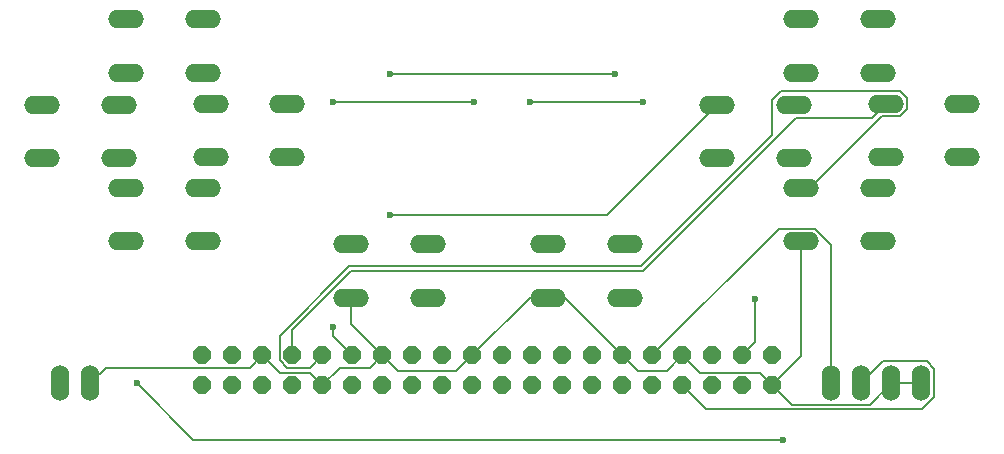
<source format=gbr>
%TF.GenerationSoftware,KiCad,Pcbnew,9.0.2*%
%TF.CreationDate,2025-06-23T15:15:27-04:00*%
%TF.ProjectId,GamePad,47616d65-5061-4642-9e6b-696361645f70,rev?*%
%TF.SameCoordinates,Original*%
%TF.FileFunction,Copper,L2,Bot*%
%TF.FilePolarity,Positive*%
%FSLAX46Y46*%
G04 Gerber Fmt 4.6, Leading zero omitted, Abs format (unit mm)*
G04 Created by KiCad (PCBNEW 9.0.2) date 2025-06-23 15:15:27*
%MOMM*%
%LPD*%
G01*
G04 APERTURE LIST*
G04 Aperture macros list*
%AMOutline5P*
0 Free polygon, 5 corners , with rotation*
0 The origin of the aperture is its center*
0 number of corners: always 5*
0 $1 to $10 corner X, Y*
0 $11 Rotation angle, in degrees counterclockwise*
0 create outline with 5 corners*
4,1,5,$1,$2,$3,$4,$5,$6,$7,$8,$9,$10,$1,$2,$11*%
%AMOutline6P*
0 Free polygon, 6 corners , with rotation*
0 The origin of the aperture is its center*
0 number of corners: always 6*
0 $1 to $12 corner X, Y*
0 $13 Rotation angle, in degrees counterclockwise*
0 create outline with 6 corners*
4,1,6,$1,$2,$3,$4,$5,$6,$7,$8,$9,$10,$11,$12,$1,$2,$13*%
%AMOutline7P*
0 Free polygon, 7 corners , with rotation*
0 The origin of the aperture is its center*
0 number of corners: always 7*
0 $1 to $14 corner X, Y*
0 $15 Rotation angle, in degrees counterclockwise*
0 create outline with 7 corners*
4,1,7,$1,$2,$3,$4,$5,$6,$7,$8,$9,$10,$11,$12,$13,$14,$1,$2,$15*%
%AMOutline8P*
0 Free polygon, 8 corners , with rotation*
0 The origin of the aperture is its center*
0 number of corners: always 8*
0 $1 to $16 corner X, Y*
0 $17 Rotation angle, in degrees counterclockwise*
0 create outline with 8 corners*
4,1,8,$1,$2,$3,$4,$5,$6,$7,$8,$9,$10,$11,$12,$13,$14,$15,$16,$1,$2,$17*%
G04 Aperture macros list end*
%TA.AperFunction,ComponentPad*%
%ADD10O,3.048000X1.524000*%
%TD*%
%TA.AperFunction,ComponentPad*%
%ADD11Outline8P,-0.762000X0.315631X-0.315631X0.762000X0.315631X0.762000X0.762000X0.315631X0.762000X-0.315631X0.315631X-0.762000X-0.315631X-0.762000X-0.762000X-0.315631X0.000000*%
%TD*%
%TA.AperFunction,ComponentPad*%
%ADD12O,1.524000X3.048000*%
%TD*%
%TA.AperFunction,ViaPad*%
%ADD13C,0.600000*%
%TD*%
%TA.AperFunction,Conductor*%
%ADD14C,0.200000*%
%TD*%
G04 APERTURE END LIST*
D10*
%TO.P,Y0,1,S*%
%TO.N,Net-(Y0-S)*%
X72948800Y-166928800D03*
%TO.P,Y0,2,S1*%
%TO.N,unconnected-(Y0-S1-Pad2)*%
X79451200Y-166928800D03*
%TO.P,Y0,3,P*%
%TO.N,GND*%
X72948800Y-171450000D03*
%TO.P,Y0,4,P1*%
%TO.N,unconnected-(Y0-P1-Pad4)*%
X79451200Y-171450000D03*
%TD*%
%TO.P,X0,1,S*%
%TO.N,Net-(X0-S)*%
X80092550Y-159664400D03*
%TO.P,X0,2,S1*%
%TO.N,unconnected-(X0-S1-Pad2)*%
X86594950Y-159664400D03*
%TO.P,X0,3,P*%
%TO.N,GND*%
X80092550Y-164185600D03*
%TO.P,X0,4,P1*%
%TO.N,unconnected-(X0-P1-Pad4)*%
X86594950Y-164185600D03*
%TD*%
%TO.P,Up1,1,S*%
%TO.N,Net-(Up1-S)*%
X22942550Y-159664400D03*
%TO.P,Up1,2,S1*%
%TO.N,unconnected-(Up1-S1-Pad2)*%
X29444950Y-159664400D03*
%TO.P,Up1,3,P*%
%TO.N,GND*%
X22942550Y-164185600D03*
%TO.P,Up1,4,P1*%
%TO.N,unconnected-(Up1-P1-Pad4)*%
X29444950Y-164185600D03*
%TD*%
%TO.P,Start1,1,S*%
%TO.N,Net-(Start1-S)*%
X58661300Y-178714400D03*
%TO.P,Start1,2,S1*%
%TO.N,unconnected-(Start1-S1-Pad2)*%
X65163700Y-178714400D03*
%TO.P,Start1,3,P*%
%TO.N,GND*%
X58661300Y-183235600D03*
%TO.P,Start1,4,P1*%
%TO.N,unconnected-(Start1-P1-Pad4)*%
X65163700Y-183235600D03*
%TD*%
%TO.P,Select1,1,S*%
%TO.N,Net-(Select1-S)*%
X41992550Y-178714400D03*
%TO.P,Select1,2,S1*%
%TO.N,unconnected-(Select1-S1-Pad2)*%
X48494950Y-178714400D03*
%TO.P,Select1,3,P*%
%TO.N,GND*%
X41992550Y-183235600D03*
%TO.P,Select1,4,P1*%
%TO.N,unconnected-(Select1-P1-Pad4)*%
X48494950Y-183235600D03*
%TD*%
%TO.P,Right1,1,S*%
%TO.N,Net-(Right1-S)*%
X30086300Y-166808150D03*
%TO.P,Right1,2,S1*%
%TO.N,unconnected-(Right1-S1-Pad2)*%
X36588700Y-166808150D03*
%TO.P,Right1,3,P*%
%TO.N,GND*%
X30086300Y-171329350D03*
%TO.P,Right1,4,P1*%
%TO.N,unconnected-(Right1-P1-Pad4)*%
X36588700Y-171329350D03*
%TD*%
%TO.P,Left1,1,S*%
%TO.N,Net-(Left1-S)*%
X15798800Y-166928800D03*
%TO.P,Left1,2,S1*%
%TO.N,unconnected-(Left1-S1-Pad2)*%
X22301200Y-166928800D03*
%TO.P,Left1,3,P*%
%TO.N,GND*%
X15798800Y-171450000D03*
%TO.P,Left1,4,P1*%
%TO.N,unconnected-(Left1-P1-Pad4)*%
X22301200Y-171450000D03*
%TD*%
D11*
%TO.P,JP1,1,1*%
%TO.N,unconnected-(JP1-Pad1)*%
X29368750Y-190658750D03*
%TO.P,JP1,2,2*%
%TO.N,+5V*%
X29368750Y-188118750D03*
%TO.P,JP1,3,3*%
%TO.N,unconnected-(JP1-Pad3)*%
X31908750Y-190658750D03*
%TO.P,JP1,4,4*%
%TO.N,unconnected-(JP1-Pad4)*%
X31908750Y-188118750D03*
%TO.P,JP1,5,5*%
%TO.N,unconnected-(JP1-Pad5)*%
X34448750Y-190658750D03*
%TO.P,JP1,6,6*%
%TO.N,GND*%
X34448750Y-188118750D03*
%TO.P,JP1,7,7*%
%TO.N,Net-(Left1-S)*%
X36988750Y-190658750D03*
%TO.P,JP1,8,8*%
%TO.N,Net-(A0-S)*%
X36988750Y-188118750D03*
%TO.P,JP1,9,9*%
%TO.N,GND*%
X39528750Y-190658750D03*
%TO.P,JP1,10,10*%
%TO.N,Net-(B0-S)*%
X39528750Y-188118750D03*
%TO.P,JP1,11,11*%
%TO.N,unconnected-(JP1-Pad11)*%
X42068750Y-190658750D03*
%TO.P,JP1,12,12*%
%TO.N,Net-(Y0-S)*%
X42068750Y-188118750D03*
%TO.P,JP1,13,13*%
%TO.N,unconnected-(JP1-Pad13)*%
X44608750Y-190658750D03*
%TO.P,JP1,14,14*%
%TO.N,GND*%
X44608750Y-188118750D03*
%TO.P,JP1,15,15*%
%TO.N,unconnected-(JP1-Pad15)*%
X47148750Y-190658750D03*
%TO.P,JP1,16,16*%
%TO.N,unconnected-(JP1-Pad16)*%
X47148750Y-188118750D03*
%TO.P,JP1,17,17*%
%TO.N,unconnected-(JP1-Pad17)*%
X49688750Y-190658750D03*
%TO.P,JP1,18,18*%
%TO.N,Net-(D1-DIN)*%
X49688750Y-188118750D03*
%TO.P,JP1,19,19*%
%TO.N,unconnected-(JP1-Pad19)*%
X52228750Y-190658750D03*
%TO.P,JP1,20,20*%
%TO.N,GND*%
X52228750Y-188118750D03*
%TO.P,JP1,21,21*%
%TO.N,unconnected-(JP1-Pad21)*%
X54768750Y-190658750D03*
%TO.P,JP1,22,22*%
%TO.N,unconnected-(JP1-Pad22)*%
X54768750Y-188118750D03*
%TO.P,JP1,23,23*%
%TO.N,unconnected-(JP1-Pad23)*%
X57308750Y-190658750D03*
%TO.P,JP1,24,24*%
%TO.N,unconnected-(JP1-Pad24)*%
X57308750Y-188118750D03*
%TO.P,JP1,25,25*%
%TO.N,Net-(Up1-S)*%
X59848750Y-190658750D03*
%TO.P,JP1,26,26*%
%TO.N,unconnected-(JP1-Pad26)*%
X59848750Y-188118750D03*
%TO.P,JP1,27,27*%
%TO.N,unconnected-(JP1-Pad27)*%
X62388750Y-190658750D03*
%TO.P,JP1,28,28*%
%TO.N,unconnected-(JP1-Pad28)*%
X62388750Y-188118750D03*
%TO.P,JP1,29,29*%
%TO.N,Net-(Select1-S)*%
X64928750Y-190658750D03*
%TO.P,JP1,30,30*%
%TO.N,GND*%
X64928750Y-188118750D03*
%TO.P,JP1,31,31*%
%TO.N,Net-(Start1-S)*%
X67468750Y-190658750D03*
%TO.P,JP1,32,32*%
%TO.N,Net-(J1-Pin_1)*%
X67468750Y-188118750D03*
%TO.P,JP1,33,33*%
%TO.N,Net-(J1-Pin_2)*%
X70008750Y-190658750D03*
%TO.P,JP1,34,34*%
%TO.N,GND*%
X70008750Y-188118750D03*
%TO.P,JP1,35,35*%
%TO.N,Net-(Right1-S)*%
X72548750Y-190658750D03*
%TO.P,JP1,36,36*%
%TO.N,Net-(Up1-S)*%
X72548750Y-188118750D03*
%TO.P,JP1,37,37*%
%TO.N,Net-(Down1-S)*%
X75088750Y-190658750D03*
%TO.P,JP1,38,38*%
%TO.N,Net-(X0-S)*%
X75088750Y-188118750D03*
%TO.P,JP1,39,39*%
%TO.N,GND*%
X77628750Y-190658750D03*
%TO.P,JP1,40,40*%
%TO.N,unconnected-(JP1-Pad40)*%
X77628750Y-188118750D03*
%TD*%
D12*
%TO.P,J2,1,Pin_1*%
%TO.N,+5V*%
X17358394Y-190470574D03*
%TO.P,J2,2,Pin_2*%
%TO.N,GND*%
X19898394Y-190470574D03*
%TD*%
%TO.P,J1,1,Pin_1*%
%TO.N,Net-(J1-Pin_1)*%
X82638473Y-190470574D03*
%TO.P,J1,2,Pin_2*%
%TO.N,Net-(J1-Pin_2)*%
X85178473Y-190470574D03*
%TO.P,J1,3,Pin_3*%
%TO.N,GND*%
X87718473Y-190470574D03*
%TO.P,J1,4,Pin_4*%
X90258473Y-190470574D03*
%TD*%
D10*
%TO.P,Down1,1,S*%
%TO.N,Net-(Down1-S)*%
X22942550Y-173951900D03*
%TO.P,Down1,2,S1*%
%TO.N,unconnected-(Down1-S1-Pad2)*%
X29444950Y-173951900D03*
%TO.P,Down1,3,P*%
%TO.N,GND*%
X22942550Y-178473100D03*
%TO.P,Down1,4,P1*%
%TO.N,unconnected-(Down1-P1-Pad4)*%
X29444950Y-178473100D03*
%TD*%
%TO.P,B0,1,S*%
%TO.N,Net-(B0-S)*%
X80092550Y-173951900D03*
%TO.P,B0,2,S1*%
%TO.N,unconnected-(B0-S1-Pad2)*%
X86594950Y-173951900D03*
%TO.P,B0,3,P*%
%TO.N,GND*%
X80092550Y-178473100D03*
%TO.P,B0,4,P1*%
%TO.N,unconnected-(B0-P1-Pad4)*%
X86594950Y-178473100D03*
%TD*%
%TO.P,A0,1,S*%
%TO.N,Net-(A0-S)*%
X87236300Y-166808150D03*
%TO.P,A0,2,S1*%
%TO.N,unconnected-(A0-S1-Pad2)*%
X93738700Y-166808150D03*
%TO.P,A0,3,P*%
%TO.N,GND*%
X87236300Y-171329350D03*
%TO.P,A0,4,P1*%
%TO.N,unconnected-(A0-P1-Pad4)*%
X93738700Y-171329350D03*
%TD*%
D13*
%TO.N,Net-(Right1-S)*%
X78581250Y-195262500D03*
X23812500Y-190500000D03*
%TO.N,Net-(X0-S)*%
X76200000Y-183356250D03*
%TO.N,Net-(Y0-S)*%
X45243750Y-176212500D03*
X40481250Y-185737500D03*
%TO.N,+5V*%
X52387500Y-166687500D03*
X40481250Y-166687500D03*
%TO.N,GND*%
X66675000Y-166687500D03*
X57150000Y-166687500D03*
%TO.N,Net-(D2-DOUT)*%
X64293750Y-164306250D03*
X45243750Y-164306250D03*
%TD*%
D14*
%TO.N,Net-(Right1-S)*%
X23812500Y-190500000D02*
X28575000Y-195262500D01*
X28575000Y-195262500D02*
X78581250Y-195262500D01*
%TO.N,Net-(X0-S)*%
X76200000Y-187007500D02*
X76200000Y-183356250D01*
X75088750Y-188118750D02*
X76200000Y-187007500D01*
%TO.N,Net-(J1-Pin_2)*%
X85178473Y-190470574D02*
X87003473Y-188645574D01*
X87003473Y-188645574D02*
X90698782Y-188645574D01*
X90698782Y-188645574D02*
X91321473Y-189268265D01*
X91321473Y-189268265D02*
X91321473Y-191672883D01*
X91321473Y-191672883D02*
X90297782Y-192696574D01*
X90297782Y-192696574D02*
X72046574Y-192696574D01*
X72046574Y-192696574D02*
X70008750Y-190658750D01*
%TO.N,Net-(J1-Pin_1)*%
X82638473Y-190470574D02*
X82638473Y-178753714D01*
X78177400Y-177410100D02*
X67468750Y-188118750D01*
X82638473Y-178753714D02*
X81294859Y-177410100D01*
X81294859Y-177410100D02*
X78177400Y-177410100D01*
%TO.N,Net-(Y0-S)*%
X42068750Y-188118750D02*
X40481250Y-186531250D01*
X40481250Y-186531250D02*
X40481250Y-185737500D01*
X45243750Y-176212500D02*
X63665100Y-176212500D01*
X63665100Y-176212500D02*
X72948800Y-166928800D01*
%TO.N,Net-(B0-S)*%
X39528750Y-188118750D02*
X38465750Y-189181750D01*
X38465750Y-189181750D02*
X36548440Y-189181750D01*
X36548440Y-189181750D02*
X35925750Y-188559060D01*
X86922600Y-167871150D02*
X80841850Y-173951900D01*
X35925750Y-188559060D02*
X35925750Y-186469991D01*
X35925750Y-186469991D02*
X41821741Y-180574000D01*
X41821741Y-180574000D02*
X66508900Y-180574000D01*
X66508900Y-180574000D02*
X77626200Y-169456700D01*
X77626200Y-169456700D02*
X77626200Y-166488491D01*
X78369541Y-165745150D02*
X88438609Y-165745150D01*
X77626200Y-166488491D02*
X78369541Y-165745150D01*
X88438609Y-165745150D02*
X89061300Y-166367841D01*
X89061300Y-166367841D02*
X89061300Y-167248459D01*
X80841850Y-173951900D02*
X80092550Y-173951900D01*
X89061300Y-167248459D02*
X88438609Y-167871150D01*
X88438609Y-167871150D02*
X86922600Y-167871150D01*
%TO.N,Net-(A0-S)*%
X36988750Y-188118750D02*
X36988750Y-185974091D01*
X36988750Y-185974091D02*
X41987841Y-180975000D01*
X41987841Y-180975000D02*
X66675000Y-180975000D01*
X66675000Y-180975000D02*
X79658200Y-167991800D01*
X79658200Y-167991800D02*
X86052650Y-167991800D01*
X86052650Y-167991800D02*
X87236300Y-166808150D01*
%TO.N,GND*%
X87718473Y-190470574D02*
X90258473Y-190470574D01*
X77628750Y-190658750D02*
X79265574Y-192295574D01*
X79265574Y-192295574D02*
X85893473Y-192295574D01*
X85893473Y-192295574D02*
X87718473Y-190470574D01*
X77628750Y-190658750D02*
X80092550Y-188194950D01*
X80092550Y-188194950D02*
X80092550Y-178473100D01*
X70008750Y-188118750D02*
X71485750Y-189595750D01*
X71485750Y-189595750D02*
X76565750Y-189595750D01*
X76565750Y-189595750D02*
X77628750Y-190658750D01*
X64928750Y-188118750D02*
X66247000Y-189437000D01*
X66247000Y-189437000D02*
X68690500Y-189437000D01*
X68690500Y-189437000D02*
X70008750Y-188118750D01*
X58661300Y-183235600D02*
X60045600Y-183235600D01*
X60045600Y-183235600D02*
X64928750Y-188118750D01*
X52228750Y-188118750D02*
X57111900Y-183235600D01*
X57111900Y-183235600D02*
X58661300Y-183235600D01*
X44608750Y-188118750D02*
X45962940Y-189472940D01*
X45962940Y-189472940D02*
X50874560Y-189472940D01*
X50874560Y-189472940D02*
X52228750Y-188118750D01*
X44608750Y-188118750D02*
X41992550Y-185502550D01*
X41992550Y-185502550D02*
X41992550Y-183235600D01*
X39528750Y-190658750D02*
X41005750Y-189181750D01*
X41005750Y-189181750D02*
X43545750Y-189181750D01*
X43545750Y-189181750D02*
X44608750Y-188118750D01*
X34448750Y-188118750D02*
X35925750Y-189595750D01*
X35925750Y-189595750D02*
X38465750Y-189595750D01*
X38465750Y-189595750D02*
X39528750Y-190658750D01*
X19898394Y-190470574D02*
X21187218Y-189181750D01*
X21187218Y-189181750D02*
X33385750Y-189181750D01*
X33385750Y-189181750D02*
X34448750Y-188118750D01*
%TO.N,+5V*%
X40481250Y-166687500D02*
X52387500Y-166687500D01*
%TO.N,GND*%
X66675000Y-166687500D02*
X57150000Y-166687500D01*
%TO.N,Net-(D2-DOUT)*%
X45243750Y-164306250D02*
X64293750Y-164306250D01*
%TD*%
M02*

</source>
